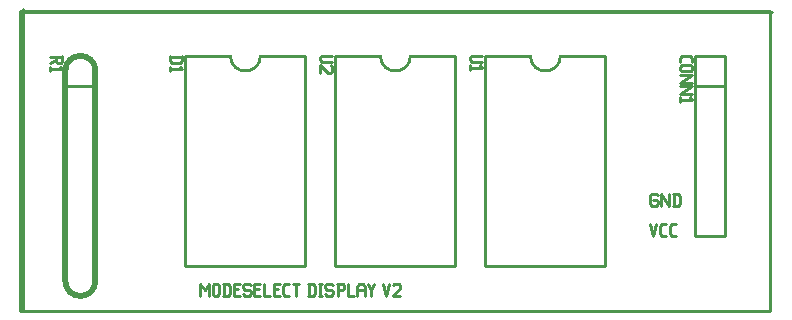
<source format=gbr>
G04 start of page 13 for group -4079 idx -4079 *
G04 Title: (unknown), topsilk *
G04 Creator: pcb 4.2.2 *
G04 CreationDate: Sun Aug 11 23:19:42 2024 UTC *
G04 For: electronics *
G04 Format: Gerber/RS-274X *
G04 PCB-Dimensions (mil): 2500.00 1000.00 *
G04 PCB-Coordinate-Origin: lower left *
%MOIN*%
%FSLAX25Y25*%
%LNTOPSILK*%
%ADD71C,0.0200*%
%ADD70C,0.0100*%
G54D70*X0Y100000D02*Y0D01*
Y100000D02*X250000D01*
X0Y0D02*X250000D01*
Y100000D02*Y0D01*
Y100000D02*Y0D01*
X0D01*
X967Y505D02*Y100505D01*
X500Y99500D02*X250500D01*
X60000Y9000D02*Y5000D01*
Y9000D02*X61500Y7000D01*
X63000Y9000D01*
Y5000D01*
X64200Y8500D02*Y5500D01*
Y8500D02*X64700Y9000D01*
X65700D01*
X66200Y8500D01*
Y5500D01*
X65700Y5000D02*X66200Y5500D01*
X64700Y5000D02*X65700D01*
X64200Y5500D02*X64700Y5000D01*
X67900Y9000D02*Y5000D01*
X69200Y9000D02*X69900Y8300D01*
Y5700D01*
X69200Y5000D02*X69900Y5700D01*
X67400Y5000D02*X69200D01*
X67400Y9000D02*X69200D01*
X71100Y7200D02*X72600D01*
X71100Y5000D02*X73100D01*
X71100Y9000D02*Y5000D01*
Y9000D02*X73100D01*
X76300D02*X76800Y8500D01*
X74800Y9000D02*X76300D01*
X74300Y8500D02*X74800Y9000D01*
X74300Y8500D02*Y7500D01*
X74800Y7000D01*
X76300D01*
X76800Y6500D01*
Y5500D01*
X76300Y5000D02*X76800Y5500D01*
X74800Y5000D02*X76300D01*
X74300Y5500D02*X74800Y5000D01*
X78000Y7200D02*X79500D01*
X78000Y5000D02*X80000D01*
X78000Y9000D02*Y5000D01*
Y9000D02*X80000D01*
X81200D02*Y5000D01*
X83200D01*
X84400Y7200D02*X85900D01*
X84400Y5000D02*X86400D01*
X84400Y9000D02*Y5000D01*
Y9000D02*X86400D01*
X88300Y5000D02*X89600D01*
X87600Y5700D02*X88300Y5000D01*
X87600Y8300D02*Y5700D01*
Y8300D02*X88300Y9000D01*
X89600D01*
X90800D02*X92800D01*
X91800D02*Y5000D01*
X96300Y9000D02*Y5000D01*
X97600Y9000D02*X98300Y8300D01*
Y5700D01*
X97600Y5000D02*X98300Y5700D01*
X95800Y5000D02*X97600D01*
X95800Y9000D02*X97600D01*
X99500D02*X100500D01*
X100000D02*Y5000D01*
X99500D02*X100500D01*
X103700Y9000D02*X104200Y8500D01*
X102200Y9000D02*X103700D01*
X101700Y8500D02*X102200Y9000D01*
X101700Y8500D02*Y7500D01*
X102200Y7000D01*
X103700D01*
X104200Y6500D01*
Y5500D01*
X103700Y5000D02*X104200Y5500D01*
X102200Y5000D02*X103700D01*
X101700Y5500D02*X102200Y5000D01*
X105900Y9000D02*Y5000D01*
X105400Y9000D02*X107400D01*
X107900Y8500D01*
Y7500D01*
X107400Y7000D02*X107900Y7500D01*
X105900Y7000D02*X107400D01*
X109100Y9000D02*Y5000D01*
X111100D01*
X112300Y8000D02*Y5000D01*
Y8000D02*X113000Y9000D01*
X114100D01*
X114800Y8000D01*
Y5000D01*
X112300Y7000D02*X114800D01*
X116000Y9000D02*X117000Y7000D01*
X118000Y9000D01*
X117000Y7000D02*Y5000D01*
X121000Y9000D02*X122000Y5000D01*
X123000Y9000D01*
X124200Y8500D02*X124700Y9000D01*
X126200D01*
X126700Y8500D01*
Y7500D01*
X124200Y5000D02*X126700Y7500D01*
X124200Y5000D02*X126700D01*
X212000Y39000D02*X212500Y38500D01*
X210500Y39000D02*X212000D01*
X210000Y38500D02*X210500Y39000D01*
X210000Y38500D02*Y35500D01*
X210500Y35000D01*
X212000D01*
X212500Y35500D01*
Y36500D02*Y35500D01*
X212000Y37000D02*X212500Y36500D01*
X211000Y37000D02*X212000D01*
X213700Y39000D02*Y35000D01*
Y39000D02*X216200Y35000D01*
Y39000D02*Y35000D01*
X217900Y39000D02*Y35000D01*
X219200Y39000D02*X219900Y38300D01*
Y35700D01*
X219200Y35000D02*X219900Y35700D01*
X217400Y35000D02*X219200D01*
X217400Y39000D02*X219200D01*
X210000Y29000D02*X211000Y25000D01*
X212000Y29000D01*
X213900Y25000D02*X215200D01*
X213200Y25700D02*X213900Y25000D01*
X213200Y28300D02*Y25700D01*
Y28300D02*X213900Y29000D01*
X215200D01*
X217100Y25000D02*X218400D01*
X216400Y25700D02*X217100Y25000D01*
X216400Y28300D02*Y25700D01*
Y28300D02*X217100Y29000D01*
X218400D01*
G54D71*X15000Y80000D02*Y10000D01*
X25000Y80000D02*Y10000D01*
G54D70*X15000Y75000D02*X25000D01*
G54D71*Y80000D02*G75*G03X15000Y80000I-5000J0D01*G01*
Y10000D02*G75*G03X25000Y10000I5000J0D01*G01*
G54D70*X225000Y85000D02*Y25000D01*
X235000D01*
Y85000D01*
X225000D01*
Y75000D02*X235000D01*
Y85000D01*
X55000D02*Y15000D01*
X95000D01*
Y85000D01*
X55000D02*X70000D01*
X80000D02*X95000D01*
X70000D02*G75*G03X80000Y85000I5000J0D01*G01*
X105000D02*Y15000D01*
X145000D01*
Y85000D01*
X105000D02*X120000D01*
X130000D02*X145000D01*
X120000D02*G75*G03X130000Y85000I5000J0D01*G01*
X155000D02*Y15000D01*
X195000D01*
Y85000D01*
X155000D02*X170000D01*
X180000D02*X195000D01*
X170000D02*G75*G03X180000Y85000I5000J0D01*G01*
X14000D02*Y83000D01*
X13500Y82500D01*
X12500D02*X13500D01*
X12000Y83000D02*X12500Y82500D01*
X12000Y84500D02*Y83000D01*
X10000Y84500D02*X14000D01*
X12000Y83700D02*X10000Y82500D01*
X13200Y81300D02*X14000Y80500D01*
X10000D02*X14000D01*
X10000Y81300D02*Y79800D01*
X220000Y84300D02*Y83000D01*
X220700Y85000D02*X220000Y84300D01*
X220700Y85000D02*X223300D01*
X224000Y84300D01*
Y83000D01*
X220500Y81800D02*X223500D01*
X224000Y81300D01*
Y80300D01*
X223500Y79800D01*
X220500D02*X223500D01*
X220000Y80300D02*X220500Y79800D01*
X220000Y81300D02*Y80300D01*
X220500Y81800D02*X220000Y81300D01*
Y78600D02*X224000D01*
X220000Y76100D01*
X224000D01*
X220000Y74900D02*X224000D01*
X220000Y72400D01*
X224000D01*
X223200Y71200D02*X224000Y70400D01*
X220000D02*X224000D01*
X220000Y71200D02*Y69700D01*
X50000Y84500D02*X54000D01*
Y83200D02*X53300Y82500D01*
X50700D02*X53300D01*
X50000Y83200D02*X50700Y82500D01*
X50000Y85000D02*Y83200D01*
X54000Y85000D02*Y83200D01*
X53200Y81300D02*X54000Y80500D01*
X50000D02*X54000D01*
X50000Y81300D02*Y79800D01*
X100500Y85000D02*X104000D01*
X100500D02*X100000Y84500D01*
Y83500D01*
X100500Y83000D01*
X104000D01*
X103500Y81800D02*X104000Y81300D01*
Y79800D01*
X103500Y79300D01*
X102500D02*X103500D01*
X100000Y81800D02*X102500Y79300D01*
X100000Y81800D02*Y79300D01*
X150500Y85000D02*X154000D01*
X150500D02*X150000Y84500D01*
Y83500D01*
X150500Y83000D01*
X154000D01*
X153200Y81800D02*X154000Y81000D01*
X150000D02*X154000D01*
X150000Y81800D02*Y80300D01*
M02*

</source>
